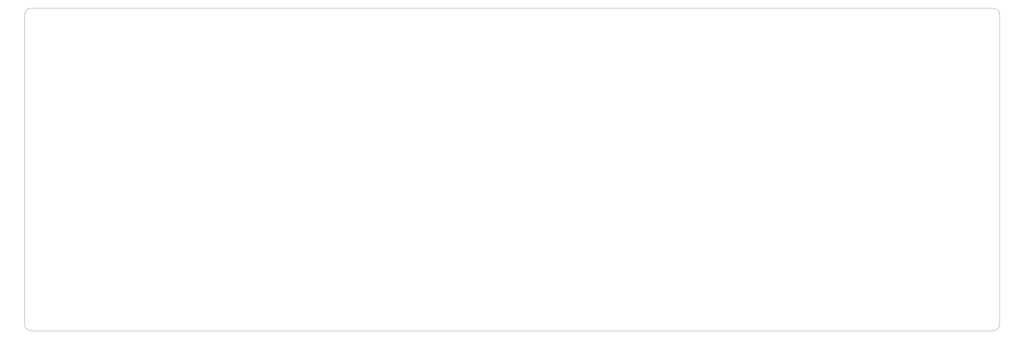
<source format=gbr>
%TF.GenerationSoftware,KiCad,Pcbnew,(5.99.0-13123-g97e9348ee1)*%
%TF.CreationDate,2021-12-06T14:10:24+03:00*%
%TF.ProjectId,Monoflex60,4d6f6e6f-666c-4657-9836-302e6b696361,rev?*%
%TF.SameCoordinates,Original*%
%TF.FileFunction,Profile,NP*%
%FSLAX46Y46*%
G04 Gerber Fmt 4.6, Leading zero omitted, Abs format (unit mm)*
G04 Created by KiCad (PCBNEW (5.99.0-13123-g97e9348ee1)) date 2021-12-06 14:10:24*
%MOMM*%
%LPD*%
G01*
G04 APERTURE LIST*
%TA.AperFunction,Profile*%
%ADD10C,0.050000*%
%TD*%
G04 APERTURE END LIST*
D10*
X340787500Y-175275000D02*
X340787500Y-175075000D01*
X56087500Y-175275000D02*
X56087500Y-175075000D01*
X56087500Y-149075000D02*
X56087500Y-175075000D01*
X340787500Y-85075000D02*
X340787500Y-175075000D01*
X338787500Y-177275000D02*
G75*
G03*
X340787500Y-175275000I1J1999999D01*
G01*
X72087500Y-83075000D02*
X338787500Y-83075000D01*
X56087500Y-85075000D02*
X56087500Y-149075000D01*
X56087500Y-175275000D02*
G75*
G03*
X58087500Y-177275000I1999999J-1D01*
G01*
X59787500Y-177275000D02*
X58087500Y-177275000D01*
X338787500Y-177275000D02*
X59787500Y-177275000D01*
X58087500Y-83075000D02*
X72087500Y-83075000D01*
X58087500Y-83075000D02*
G75*
G03*
X56087500Y-85075000I-1J-1999999D01*
G01*
X340787500Y-85075000D02*
G75*
G03*
X338787500Y-83075000I-1999999J1D01*
G01*
M02*

</source>
